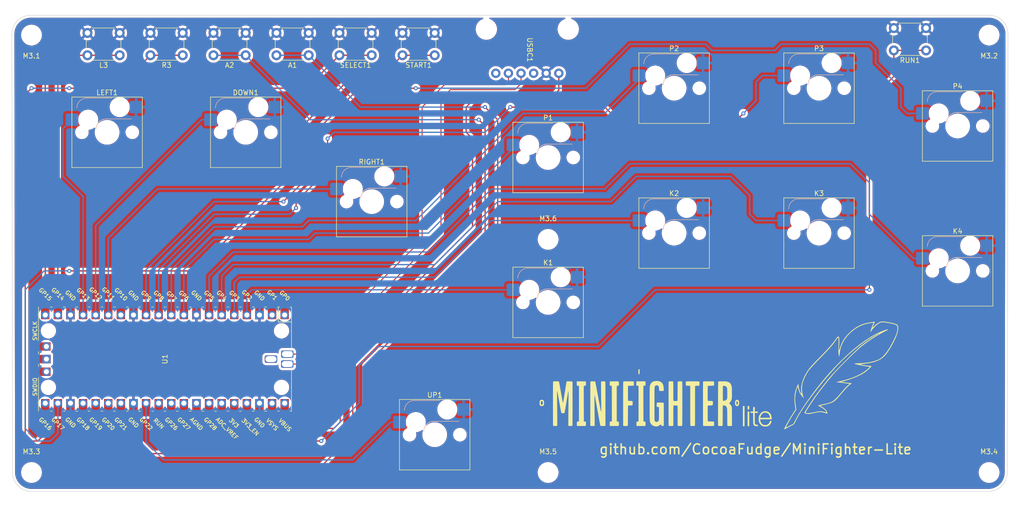
<source format=kicad_pcb>
(kicad_pcb (version 20211014) (generator pcbnew)
  (layers (0 "F.Cu" signal) (31 "B.Cu" signal) (34 "B.Paste" user) (35 "F.Paste" user) (36 "B.SilkS" user "B.Silkscreen") (37 "F.SilkS" user "F.Silkscreen") (38 "B.Mask" user) (39 "F.Mask" user) (44 "Edge.Cuts" user))
  (net 0 "")
  (net 1 "GP20")
  (net 2 "GND")
  (net 3 "GP21")
  (net 4 "GP 3")
  (net 8 "GP 6")
  (net 9 "GP 7")
  (net 10 "GP 8")
  (net 11 "GP 9")
  (net 12 "GP 5")
  (net 13 "GP11")
  (net 14 "GP12")
  (net 15 "GP13")
  (net 16 "GP 4")
  (net 17 "RUN")
  (net 18 "GP16")
  (net 19 "GP17")
  (net 20 "GP 2")
  (net 26 "+5V")
  (net 31 "D+")
  (net 32 "D-")
  (net 34 "GP15")
  (net 35 "GP14")
  (net 39 "GP22")
  (footprint "MountingHole:MountingHole_3.2mm_M3" (layer "F.Cu") (at 129.54 82 180)
    (fp_text reference "M3.1")
    (fp_text value "MountingHole")
  )
  (footprint "MountingHole:MountingHole_3.2mm_M3" (layer "F.Cu") (at 322.58 170.18)
    (fp_text reference "M3.4")
    (fp_text value "MountingHole")
  )
  (footprint "Pi_Pico_W_BIG_TP_HOLE:Pi_Pico_W_BIG_TP_HOLE" (layer "F.Cu") (at 156.445 147.32 -90)
    (fp_text reference "U1")
    (fp_text value "Pico")
  )
  (footprint "Button_Switch_THT:SW_PUSH_6mm" (layer "F.Cu") (at 185.42 86.07 180)
    (fp_text reference "A1")
    (fp_text value "SW_SPST")
  )
  (footprint "MountingHole:MountingHole_3.2mm_M3" (layer "F.Cu") (at 233.68 123.19)
    (fp_text reference "M3.6")
    (fp_text value "MountingHole")
  )
  (footprint "Switch_Keyboard_Hotswap_Kailh:SW_Hotswap_Kailh_MX" (layer "F.Cu") (at 288.29 92.71)
    (fp_text reference "P3")
    (fp_text value "SW_SPST")
  )
  (footprint "Button_Switch_THT:SW_PUSH_6mm" (layer "F.Cu") (at 172.72 86.07 180)
    (fp_text reference "A2")
    (fp_text value "SW_SPST")
  )
  (footprint "Switch_Keyboard_Hotswap_Kailh:SW_Hotswap_Kailh_MX" (layer "F.Cu") (at 288.29 121.92)
    (fp_text reference "K3")
    (fp_text value "SW_SPST")
  )
  (footprint "Switch_Keyboard_Hotswap_Kailh:SW_Hotswap_Kailh_MX" (layer "F.Cu") (at 259.08 121.92)
    (fp_text reference "K2")
    (fp_text value "SW_SPST")
  )
  (footprint "Button_Switch_THT:SW_PUSH_6mm" (layer "F.Cu") (at 160.02 86.07 180)
    (fp_text reference "R3")
    (fp_text value "SW_SPST")
  )
  (footprint "USB-C-6-PIN:treedix usb-c" (layer "F.Cu") (at 229.49 84.96875 -90)
    (fp_text reference "USBC1")
    (fp_text value "Conn_01x06")
  )
  (footprint "Switch_Keyboard_Hotswap_Kailh:SW_Hotswap_Kailh_MX" (layer "F.Cu") (at 172.72 101.6)
    (fp_text reference "DOWN1")
    (fp_text value "SW_SPST")
  )
  (footprint "Switch_Keyboard_Hotswap_Kailh:SW_Hotswap_Kailh_MX" (layer "F.Cu") (at 198.12 115.57)
    (fp_text reference "RIGHT1")
    (fp_text value "SW_SPST")
  )
  (footprint "Button_Switch_THT:SW_PUSH_6mm" (layer "F.Cu") (at 198.12 86.07 180)
    (fp_text reference "SELECT1")
    (fp_text value "SW_SPST")
  )
  (footprint "LOGO" (layer "F.Cu") (at 292.1 149.86)
    (fp_text reference "_")
    (fp_text value "LOGO" hide)
  )
  (footprint "Switch_Keyboard_Hotswap_Kailh:SW_Hotswap_Kailh_MX" (layer "F.Cu") (at 316.23 100.33)
    (fp_text reference "P4")
    (fp_text value "SW_SPST")
  )
  (footprint "Switch_Keyboard_Hotswap_Kailh:SW_Hotswap_Kailh_MX" (layer "F.Cu") (at 233.68 135.89)
    (fp_text reference "K1")
    (fp_text value "SW_SPST")
  )
  (footprint "Button_Switch_THT:SW_PUSH_6mm" (layer "F.Cu") (at 309.88 85.09 180)
    (fp_text reference "RUN1")
    (fp_text value "SW_SPST")
  )
  (footprint "Switch_Keyboard_Hotswap_Kailh:SW_Hotswap_Kailh_MX" (layer "F.Cu") (at 259.08 92.71)
    (fp_text reference "P2")
    (fp_text value "SW_SPST")
  )
  (footprint "Switch_Keyboard_Hotswap_Kailh:SW_Hotswap_Kailh_MX" (layer "F.Cu") (at 144.78 101.6)
    (fp_text reference "LEFT1")
    (fp_text value "SW_SPST")
  )
  (footprint "Switch_Keyboard_Hotswap_Kailh:SW_Hotswap_Kailh_MX" (layer "F.Cu") (at 233.68 106.68)
    (fp_text reference "P1")
    (fp_text value "SW_SPST")
  )
  (footprint "Button_Switch_THT:SW_PUSH_6mm" (layer "F.Cu") (at 147.32 86.07 180)
    (fp_text reference "L3")
    (fp_text value "SW_SPST")
  )
  (footprint "MountingHole:MountingHole_3.2mm_M3" (layer "F.Cu") (at 129.54 170.18)
    (fp_text reference "M3.3")
    (fp_text value "MountingHole")
  )
  (footprint "Button_Switch_THT:SW_PUSH_6mm" (layer "F.Cu") (at 210.82 86.07 180)
    (fp_text reference "START1")
    (fp_text value "SW_SPST")
  )
  (footprint "LOGO" (layer "F.Cu") (at 275.795 158.79)
    (fp_text reference "0")
    (fp_text value "LOGO" hide)
  )
  (footprint "MountingHole:MountingHole_3.2mm_M3" (layer "F.Cu") (at 233.68 170.18)
    (fp_text reference "M3.5")
    (fp_text value "MountingHole")
  )
  (footprint "Switch_Keyboard_Hotswap_Kailh:SW_Hotswap_Kailh_MX" (layer "F.Cu") (at 210.82 162.56)
    (fp_text reference "UP1")
    (fp_text value "SW_SPST")
  )
  (footprint "MountingHole:MountingHole_3.2mm_M3" (layer "F.Cu") (at 322.58 82 180)
    (fp_text reference "M3.2")
    (fp_text value "MountingHole")
  )
  (footprint "Switch_Keyboard_Hotswap_Kailh:SW_Hotswap_Kailh_MX" (layer "F.Cu") (at 316.23 129.54)
    (fp_text reference "K4")
    (fp_text value "SW_SPST")
  )
  (footprint "LOGO" (layer "F.Cu") (at 252.73 156.21)
    (fp_text reference "O")
    (fp_text value "LOGO" hide)
  )
  (gr_line (start 125.73 170.18) (end 125.575923 81.81) (layer "Edge.Cuts") (width 0.1))
  (gr_arc (start 322.58 78) (mid 325.274077 79.115923) (end 326.39 81.81) (layer "Edge.Cuts") (width 0.1))
  (gr_line (start 129.54 173.99) (end 322.425923 173.99) (layer "Edge.Cuts") (width 0.1))
  (gr_arc (start 129.54 173.99) (mid 126.845923 172.874077) (end 125.73 170.18) (layer "Edge.Cuts") (width 0.1))
  (gr_line (start 326.235923 170.18) (end 326.39 81.81) (layer "Edge.Cuts") (width 0.1))
  (gr_arc (start 125.575923 81.81) (mid 126.691846 79.115923) (end 129.385923 78) (layer "Edge.Cuts") (width 0.1))
  (gr_arc (start 326.235923 170.18) (mid 325.120001 172.874085) (end 322.425923 173.99) (layer "Edge.Cuts") (width 0.1))
  (gr_line (start 129.385923 78) (end 322.58 78) (layer "Edge.Cuts") (width 0.1))
  (gr_text "github.com/CocoaFudge/MiniFighter-Lite" (at 275.5 165.5) (layer "F.SilkS") (effects (font (size 2 2) (thickness 0.3))))
  (segment (start 145.015 161.525) (end 145.015 156.21) (width 0.25) (layer "F.Cu") (net 1))
  (segment (start 223.52 99.06) (end 223.52 121.92) (width 0.25) (layer "F.Cu") (net 1))
  (segment (start 220.98 96.52) (end 223.52 99.06) (width 0.25) (layer "F.Cu") (net 1))
  (segment (start 196.85 160.02) (end 187.96 168.91) (width 0.25) (layer "F.Cu") (net 1))
  (segment (start 152.4 168.91) (end 145.015 161.525) (width 0.25) (layer "F.Cu") (net 1))
  (segment (start 187.96 168.91) (end 152.4 168.91) (width 0.25) (layer "F.Cu") (net 1))
  (segment (start 196.85 148.59) (end 196.85 160.02) (width 0.25) (layer "F.Cu") (net 1))
  (segment (start 223.52 121.92) (end 196.85 148.59) (width 0.25) (layer "F.Cu") (net 1))
  (via (at 220.98 96.52) (size 0.8) (drill 0.4) (layers "F.Cu" "B.Cu") (net 1))
  (segment (start 195.87 96.52) (end 185.42 86.07) (width 0.25) (layer "B.Cu") (net 1))
  (segment (start 185.42 86.07) (end 178.92 86.07) (width 0.25) (layer "B.Cu") (net 1))
  (segment (start 220.98 96.52) (end 195.87 96.52) (width 0.25) (layer "B.Cu") (net 1))
  (segment (start 194.31 148.59) (end 194.31 160.02) (width 0.25) (layer "F.Cu") (net 3))
  (segment (start 187.96 166.37) (end 153.67 166.37) (width 0.25) (layer "F.Cu") (net 3))
  (segment (start 147.555 160.255) (end 147.555 156.21) (width 0.25) (layer "F.Cu") (net 3))
  (segment (start 220.98 100.33) (end 220.98 121.92) (width 0.25) (layer "F.Cu") (net 3))
  (segment (start 194.31 160.02) (end 187.96 166.37) (width 0.25) (layer "F.Cu") (net 3))
  (segment (start 153.67 166.37) (end 147.555 160.255) (width 0.25) (layer "F.Cu") (net 3))
  (segment (start 219.71 99.06) (end 220.98 100.33) (width 0.25) (layer "F.Cu") (net 3))
  (segment (start 220.98 121.92) (end 194.31 148.59) (width 0.25) (layer "F.Cu") (net 3))
  (via (at 219.71 99.06) (size 0.8) (drill 0.4) (layers "F.Cu" "B.Cu") (net 3))
  (segment (start 172.72 86.07) (end 166.22 86.07) (width 0.25) (layer "B.Cu") (net 3))
  (segment (start 185.71 99.06) (end 172.72 86.07) (width 0.25) (layer "B.Cu") (net 3))
  (segment (start 219.71 99.06) (end 185.71 99.06) (width 0.25) (layer "B.Cu") (net 3))
  (segment (start 170.415 138.43) (end 170.415 131.845) (width 0.25) (layer "B.Cu") (net 4))
  (segment (start 210.82 130.81) (end 222.25 119.38) (width 0.25) (layer "B.Cu") (net 4))
  (segment (start 171.45 130.81) (end 210.82 130.81) (width 0.25) (layer "B.Cu") (net 4))
  (segment (start 222.25 119.38) (end 251.995 119.38) (width 0.25) (layer "B.Cu") (net 4))
  (segment (start 170.415 131.845) (end 171.45 130.81) (width 0.25) (layer "B.Cu") (net 4))
  (segment (start 160.255 138.43) (end 160.255 129.305) (width 0.25) (layer "B.Cu") (net 8))
  (segment (start 186.69 121.92) (end 209.55 121.92) (width 0.25) (layer "B.Cu") (net 8))
  (segment (start 160.255 129.305) (end 166.37 123.19) (width 0.25) (layer "B.Cu") (net 8))
  (segment (start 209.55 121.92) (end 226.595 104.875) (width 0.25) (layer "B.Cu") (net 8))
  (segment (start 185.42 123.19) (end 186.69 121.92) (width 0.25) (layer "B.Cu") (net 8))
  (segment (start 166.37 123.19) (end 185.42 123.19) (width 0.25) (layer "B.Cu") (net 8))
  (segment (start 226.595 104.875) (end 226.595 104.14) (width 0.25) (layer "B.Cu") (net 8))
  (segment (start 251.995 90.905) (end 251.995 90.17) (width 0.25) (layer "B.Cu") (net 9))
  (segment (start 245.11 97.79) (end 251.995 90.905) (width 0.25) (layer "B.Cu") (net 9))
  (segment (start 185.42 119.38) (end 207.01 119.38) (width 0.25) (layer "B.Cu") (net 9))
  (segment (start 166.37 120.65) (end 184.15 120.65) (width 0.25) (layer "B.Cu") (net 9))
  (segment (start 228.6 97.79) (end 245.11 97.79) (width 0.25) (layer "B.Cu") (net 9))
  (segment (start 184.15 120.65) (end 185.42 119.38) (width 0.25) (layer "B.Cu") (net 9))
  (segment (start 157.715 138.43) (end 157.715 129.305) (width 0.25) (layer "B.Cu") (net 9))
  (segment (start 207.01 119.38) (end 228.6 97.79) (width 0.25) (layer "B.Cu") (net 9))
  (segment (start 157.715 129.305) (end 166.37 120.65) (width 0.25) (layer "B.Cu") (net 9))
  (segment (start 182.88 115.57) (end 189.23 109.22) (width 0.25) (layer "F.Cu") (net 10))
  (segment (start 189.23 109.22) (end 189.23 102.87) (width 0.25) (layer "F.Cu") (net 10))
  (segment (start 250.19 101.6) (end 267.97 101.6) (width 0.25) (layer "F.Cu") (net 10))
  (segment (start 269.24 101.6) (end 273.05 97.79) (width 0.25) (layer "F.Cu") (net 10))
  (segment (start 245.11 96.52) (end 250.19 101.6) (width 0.25) (layer "F.Cu") (net 10))
  (segment (start 182.88 115.57) (end 182.88 116.84) (width 0.25) (layer "F.Cu") (net 10))
  (segment (start 267.97 101.6) (end 269.24 101.6) (width 0.25) (layer "F.Cu") (net 10))
  (segment (start 226.06 96.52) (end 245.11 96.52) (width 0.25) (layer "F.Cu") (net 10))
  (via (at 182.88 116.84) (size 0.8) (drill 0.4) (layers "F.Cu" "B.Cu") (net 10))
  (via (at 189.23 102.87) (size 0.8) (drill 0.4) (layers "F.Cu" "B.Cu") (net 10))
  (via (at 226.06 96.52) (size 0.8) (drill 0.4) (layers "F.Cu" "B.Cu") (net 10))
  (via (at 273.05 97.79) (size 0.8) (drill 0.4) (layers "F.Cu" "B.Cu") (net 10))
  (segment (start 275.59 95.25) (end 275.59 91.44) (width 0.25) (layer "B.Cu") (net 10))
  (segment (start 189.23 102.87) (end 190.5 101.6) (width 0.25) (layer "B.Cu") (net 10))
  (segment (start 155.175 129.305) (end 166.37 118.11) (width 0.25) (layer "B.Cu") (net 10))
  (segment (start 190.5 101.6) (end 219.71 101.6) (width 0.25) (layer "B.Cu") (net 10))
  (segment (start 276.86 90.17) (end 281.205 90.17) (width 0.25) (layer "B.Cu") (net 10))
  (segment (start 155.175 138.43) (end 155.175 129.305) (width 0.25) (layer "B.Cu") (net 10))
  (segment (start 220.98 101.6) (end 226.06 96.52) (width 0.25) (layer "B.Cu") (net 10))
  (segment (start 181.61 118.11) (end 182.88 116.84) (width 0.25) (layer "B.Cu") (net 10))
  (segment (start 219.71 101.6) (end 220.98 101.6) (width 0.25) (layer "B.Cu") (net 10))
  (segment (start 273.05 97.79) (end 275.59 95.25) (width 0.25) (layer "B.Cu") (net 10))
  (segment (start 166.37 118.11) (end 181.61 118.11) (width 0.25) (layer "B.Cu") (net 10))
  (segment (start 275.59 91.44) (end 276.86 90.17) (width 0.25) (layer "B.Cu") (net 10))
  (segment (start 207.01 92.71) (end 195.58 92.71) (width 0.25) (layer "F.Cu") (net 11))
  (segment (start 195.58 92.71) (end 186.69 101.6) (width 0.25) (layer "F.Cu") (net 11))
  (segment (start 186.69 109.22) (end 180.34 115.57) (width 0.25) (layer "F.Cu") (net 11))
  (segment (start 186.69 101.6) (end 186.69 109.22) (width 0.25) (layer "F.Cu") (net 11))
  (via (at 207.01 92.71) (size 0.8) (drill 0.4) (layers "F.Cu" "B.Cu") (net 11))
  (via (at 180.34 115.57) (size 0.8) (drill 0.4) (layers "F.Cu" "B.Cu") (net 11))
  (segment (start 152.635 138.43) (end 152.635 129.305) (width 0.25) (layer "B.Cu") (net 11))
  (segment (start 304.8 96.52) (end 306.07 97.79) (width 0.25) (layer "B.Cu") (net 11))
  (segment (start 265.43 83.82) (end 266.7 85.09) (width 0.25) (layer "B.Cu") (net 11))
  (segment (start 304.8 92.71) (end 304.8 96.52) (width 0.25) (layer "B.Cu") (net 11))
  (segment (start 241.3 92.71) (end 250.19 83.82) (width 0.25) (layer "B.Cu") (net 11))
  (segment (start 279.4 85.09) (end 280.67 83.82) (width 0.25) (layer "B.Cu") (net 11))
  (segment (start 306.07 97.79) (end 309.145 97.79) (width 0.25) (layer "B.Cu") (net 11))
  (segment (start 207.01 92.71) (end 241.3 92.71) (width 0.25) (layer "B.Cu") (net 11))
  (segment (start 266.7 85.09) (end 279.4 85.09) (width 0.25) (layer "B.Cu") (net 11))
  (segment (start 299.72 87.63) (end 304.8 92.71) (width 0.25) (layer "B.Cu") (net 11))
  (segment (start 166.37 115.57) (end 180.34 115.57) (width 0.25) (layer "B.Cu") (net 11))
  (segment (start 250.19 83.82) (end 265.43 83.82) (width 0.25) (layer "B.Cu") (net 11))
  (segment (start 298.45 83.82) (end 299.72 85.09) (width 0.25) (layer "B.Cu") (net 11))
  (segment (start 299.72 85.09) (end 299.72 87.63) (width 0.25) (layer "B.Cu") (net 11))
  (segment (start 152.635 129.305) (end 166.37 115.57) (width 0.25) (layer "B.Cu") (net 11))
  (segment (start 280.67 83.82) (end 298.45 83.82) (width 0.25) (layer "B.Cu") (net 11))
  (segment (start 245.11 113.03) (end 250.19 107.95) (width 0.25) (layer "B.Cu") (net 12))
  (segment (start 298.45 111.76) (end 298.45 118.11) (width 0.25) (layer "B.Cu") (net 12))
  (segment (start 294.64 107.95) (end 298.45 111.76) (width 0.25) (layer "B.Cu") (net 12))
  (segment (start 298.45 118.11) (end 307.34 127) (width 0.25) (layer "B.Cu") (net 12))
  (segment (start 209.55 125.73) (end 222.25 113.03) (width 0.25) (layer "B.Cu") (net 12))
  (segment (start 222.25 113.03) (end 245.11 113.03) (width 0.25) (layer "B.Cu") (net 12))
  (segment (start 165.335 138.43) (end 165.335 130.575) (width 0.25) (layer "B.Cu") (net 12))
  (segment (start 250.19 107.95) (end 294.64 107.95) (width 0.25) (layer "B.Cu") (net 12))
  (segment (start 170.18 125.73) (end 209.55 125.73) (width 0.25) (layer "B.Cu") (net 12))
  (segment (start 307.34 127) (end 309.145 127) (width 0.25) (layer "B.Cu") (net 12))
  (segment (start 165.335 130.575) (end 170.18 125.73) (width 0.25) (layer "B.Cu") (net 12))
  (segment (start 154.94 113.03) (end 191.035 113.03) (width 0.25) (layer "B.Cu") (net 13))
  (segment (start 145.015 122.955) (end 154.94 113.03) (width 0.25) (layer "B.Cu") (net 13))
  (segment (start 145.015 138.43) (end 145.015 122.955) (width 0.25) (layer "B.Cu") (net 13))
  (segment (start 142.475 120.415) (end 163.83 99.06) (width 0.25) (layer "B.Cu") (net 14))
  (segment (start 142.475 138.43) (end 142.475 120.415) (width 0.25) (layer "B.Cu") (net 14))
  (segment (start 163.83 99.06) (end 165.635 99.06) (width 0.25) (layer "B.Cu") (net 14))
  (segment (start 139.935 114.555) (end 139.945 114.545) (width 0.25) (layer "B.Cu") (net 15))
  (segment (start 139.935 138.43) (end 139.935 114.555) (width 0.25) (layer "B.Cu") (net 15))
  (segment (start 135.89 100.865) (end 137.695 99.06) (width 0.25) (layer "B.Cu") (net 15))
  (segment (start 135.89 110.49) (end 135.89 100.865) (width 0.25) (layer "B.Cu") (net 15))
  (segment (start 139.945 114.545) (end 135.89 110.49) (width 0.25) (layer "B.Cu") (net 15))
  (segment (start 170.18 128.27) (end 210.82 128.27) (width 0.25) (layer "B.Cu") (net 16))
  (segment (start 223.52 115.57) (end 246.38 115.57) (width 0.25) (layer "B.Cu") (net 16))
  (segment (start 251.46 110.49) (end 270.51 110.49) (width 0.25) (layer "B.Cu") (net 16))
  (segment (start 275.59 119.38) (end 281.205 119.38) (width 0.25) (layer "B.Cu") (net 16))
  (segment (start 270.51 110.49) (end 274.32 114.3) (width 0.25) (layer "B.Cu") (net 16))
  (segment (start 274.32 118.11) (end 275.59 119.38) (width 0.25) (layer "B.Cu") (net 16))
  (segment (start 167.875 138.43) (end 167.875 130.575) (width 0.25) (layer "B.Cu") (net 16))
  (segment (start 246.38 115.57) (end 251.46 110.49) (width 0.25) (layer "B.Cu") (net 16))
  (segment (start 274.32 114.3) (end 274.32 118.11) (width 0.25) (layer "B.Cu") (net 16))
  (segment (start 210.82 128.27) (end 223.52 115.57) (width 0.25) (layer "B.Cu") (net 16))
  (segment (start 167.875 130.575) (end 170.18 128.27) (width 0.25) (layer "B.Cu") (net 16))
  (segment (start 187.96 163.83) (end 156.21 163.83) (width 0.25) (layer "F.Cu") (net 17))
  (segment (start 155.175 162.795) (end 155.175 156.21) (width 0.25) (layer "F.Cu") (net 17))
  (segment (start 298.45 133.35) (end 298.45 95.25) (width 0.25) (layer "F.Cu") (net 17))
  (segment (start 156.21 163.83) (end 155.175 162.795) (width 0.25) (layer "F.Cu") (net 17))
  (segment (start 303.38 85.09) (end 309.88 85.09) (width 0.25) (layer "F.Cu") (net 17))
  (segment (start 303.38 90.32) (end 303.38 85.09) (width 0.25) (layer "F.Cu") (net 17))
  (segment (start 298.45 95.25) (end 303.38 90.32) (width 0.25) (layer "F.Cu") (net 17))
  (via (at 298.45 133.35) (size 0.8) (drill 0.4) (layers "F.Cu" "B.Cu") (net 17))
  (via (at 187.96 163.83) (size 0.8) (drill 0.4) (layers "F.Cu" "B.Cu") (net 17))
  (segment (start 243.84 144.78) (end 255.27 133.35) (width 0.25) (layer "B.Cu") (net 17))
  (segment (start 187.96 163.83) (end 195.58 156.21) (width 0.25) (layer "B.Cu") (net 17))
  (segment (start 195.58 156.21) (end 195.58 148.59) (width 0.25) (layer "B.Cu") (net 17))
  (segment (start 195.58 148.59) (end 199.39 144.78) (width 0.25) (layer "B.Cu") (net 17))
  (segment (start 255.27 133.35) (end 298.45 133.35) (width 0.25) (layer "B.Cu") (net 17))
  (segment (start 199.39 144.78) (end 243.84 144.78) (width 0.25) (layer "B.Cu") (net 17))
  (segment (start 132.315 162.325) (end 132.315 156.21) (width 0.25) (layer "F.Cu") (net 18))
  (segment (start 191.62 86.07) (end 198.12 86.07) (width 0.25) (layer "F.Cu") (net 18))
  (segment (start 128.27 162.56) (end 129.54 163.83) (width 0.25) (layer "F.Cu") (net 18))
  (segment (start 137.16 92.71) (end 184.98 92.71) (width 0.25) (layer "F.Cu") (net 18))
  (segment (start 184.98 92.71) (end 191.62 86.07) (width 0.25) (layer "F.Cu") (net 18))
  (segment (start 129.54 163.83) (end 130.81 163.83) (width 0.25) (layer "F.Cu") (net 18))
  (segment (start 128.27 93.98) (end 128.27 162.56) (width 0.25) (layer "F.Cu") (net 18))
  (segment (start 130.81 163.83) (end 132.315 162.325) (width 0.25) (layer "F.Cu") (net 18))
  (segment (start 129.54 92.71) (end 128.27 93.98) (width 0.25) (layer "F.Cu") (net 18))
  (via (at 137.16 92.71) (size 0.8) (drill 0.4) (layers "F.Cu" "B.Cu") (net 18))
  (via (at 129.54 92.71) (size 0.8) (drill 0.4) (layers "F.Cu" "B.Cu") (net 18))
  (segment (start 129.54 92.71) (end 137.16 92.71) (width 0.25) (layer "B.Cu") (net 18))
  (segment (start 182.88 109.22) (end 182.88 101.6) (width 0.25) (layer "F.Cu") (net 19))
  (segment (start 182.88 101.6) (end 194.31 90.17) (width 0.25) (layer "F.Cu") (net 19))
  (segment (start 200.22 90.17) (end 204.32 86.07) (width 0.25) (layer "F.Cu") (net 19))
  (segment (start 204.32 86.07) (end 210.82 86.07) (width 0.25) (layer "F.Cu") (net 19))
  (segment (start 162.56 129.54) (end 182.88 109.22) (width 0.25) (layer "F.Cu") (net 19))
  (segment (start 194.31 90.17) (end 200.22 90.17) (width 0.25) (layer "F.Cu") (net 19))
  (segment (start 137.16 129.54) (end 162.56 129.54) (width 0.25) (layer "F.Cu") (net 19))
  (via (at 137.16 129.54) (size 0.8) (drill 0.4) (layers "F.Cu" "B.Cu") (net 19))
  (segment (start 130.81 163.83) (end 133.35 163.83) (width 0.25) (layer "B.Cu") (net 19))
  (segment (start 132.08 129.54) (end 128.27 133.35) (width 0.25) (layer "B.Cu") (net 19))
  (segment (start 134.855 162.325) (end 134.855 156.21) (width 0.25) (layer "B.Cu") (net 19))
  (segment (start 128.27 133.35) (end 128.27 161.29) (width 0.25) (layer "B.Cu") (net 19))
  (segment (start 133.35 163.83) (end 134.855 162.325) (width 0.25) (layer "B.Cu") (net 19))
  (segment (start 137.16 129.54) (end 132.08 129.54) (width 0.25) (layer "B.Cu") (net 19))
  (segment (start 128.27 161.29) (end 130.81 163.83) (width 0.25) (layer "B.Cu") (net 19))
  (segment (start 173.99 133.35) (end 226.595 133.35) (width 0.25) (layer "B.Cu") (net 20))
  (segment (start 172.955 134.385) (end 173.99 133.35) (width 0.25) (layer "B.Cu") (net 20))
  (segment (start 172.955 138.43) (end 172.955 134.385) (width 0.25) (layer "B.Cu") (net 20))
  (segment (start 218.44 102.87) (end 218.44 120.65) (width 0.25) (layer "F.Cu") (net 26))
  (segment (start 227.33 93.98) (end 220.98 93.98) (width 0.25) (layer "F.Cu") (net 26))
  (segment (start 218.44 120.65) (end 191.77 147.32) (width 0.25) (layer "F.Cu") (net 26))
  (segment (start 235.85 93.08) (end 233.68 95.25) (width 0.25) (layer "F.Cu") (net 26))
  (segment (start 235.84 89.69875) (end 235.84 93.07) (width 0.25) (layer "F.Cu") (net 26))
  (segment (start 228.6 95.25) (end 227.33 93.98) (width 0.25) (layer "F.Cu") (net 26))
  (segment (start 218.44 95.25) (end 217.17 96.52) (width 0.25) (layer "F.Cu") (net 26))
  (segment (start 180.575 160.255) (end 180.575 156.21) (width 0.25) (layer "F.Cu") (net 26))
  (segment (start 191.77 147.32) (end 191.77 160.02) (width 0.25) (layer "F.Cu") (net 26))
  (segment (start 233.68 95.25) (end 228.6 95.25) (width 0.25) (layer "F.Cu") (net 26))
  (segment (start 220.98 93.98) (end 219.71 95.25) (width 0.25) (layer "F.Cu") (net 26))
  (segment (start 191.77 160.02) (end 190.5 161.29) (width 0.25) (layer "F.Cu") (net 26))
  (segment (start 190.5 161.29) (end 181.61 161.29) (width 0.25) (layer "F.Cu") (net 26))
  (segment (start 217.17 101.6) (end 218.44 102.87) (width 0.25) (layer "F.Cu") (net 26))
  (segment (start 217.17 96.52) (end 217.17 101.6) (width 0.25) (layer "F.Cu") (net 26))
  (segment (start 235.84 93.07) (end 235.85 93.08) (width 0.25) (layer "F.Cu") (net 26))
  (segment (start 219.71 95.25) (end 218.44 95.25) (width 0.25) (layer "F.Cu") (net 26))
  (segment (start 181.61 161.29) (end 180.575 160.255) (width 0.25) (layer "F.Cu") (net 26))
  (segment (start 185.15 146.32) (end 181.115 146.32) (width 0.2) (layer "F.Cu") (net 31))
  (segment (start 208.28 123.19) (end 185.15 146.32) (width 0.2) (layer "F.Cu") (net 31))
  (segment (start 208.28 96.52) (end 208.28 123.19) (width 0.2) (layer "F.Cu") (net 31))
  (segment (start 225 92) (end 212.8 92) (width 0.2) (layer "F.Cu") (net 31))
  (segment (start 225.68 89.69875) (end 225.68 91.32) (width 0.2) (layer "F.Cu") (net 31))
  (segment (start 212.8 92) (end 208.28 96.52) (width 0.2) (layer "F.Cu") (net 31))
  (segment (start 225.68 91.32) (end 225 92) (width 0.2) (layer "F.Cu") (net 31))
  (segment (start 225.69 89.43) (end 225.69 90.31) (width 0.2) (layer "F.Cu") (net 31))
  (segment (start 212.09 121.92) (end 185.69 148.32) (width 0.2) (layer "F.Cu") (net 32))
  (segment (start 228.22 89.69875) (end 228.22 91.78) (width 0.2) (layer "F.Cu") (net 32))
  (segment (start 214 93) (end 212.09 94.91) (width 0.2) (layer "F.Cu") (net 32))
  (segment (start 228.22 91.78) (end 227 93) (width 0.2) (layer "F.Cu") (net 32))
  (segment (start 227 93) (end 214 93) (width 0.2) (layer "F.Cu") (net 32))
  (segment (start 212.09 94.91) (end 212.09 121.92) (width 0.2) (layer "F.Cu") (net 32))
  (segment (start 185.69 148.32) (end 181.095 148.32) (width 0.2) (layer "F.Cu") (net 32))
  (segment (start 133.64 86.07) (end 132.315 87.395) (width 0.25) (layer "F.Cu") (net 34))
  (segment (start 140.82 86.07) (end 147.32 86.07) (width 0.25) (layer "F.Cu") (net 34))
  (segment (start 132.315 87.395) (end 132.315 138.43) (width 0.25) (layer "F.Cu") (net 34))
  (segment (start 140.82 86.07) (end 133.64 86.07) (width 0.25) (layer "F.Cu") (net 34))
  (segment (start 153.52 86.07) (end 160.02 86.07) (width 0.25) (layer "F.Cu") (net 35))
  (segment (start 135.89 88.9) (end 150.69 88.9) (width 0.25) (layer "F.Cu") (net 35))
  (segment (start 134.855 89.935) (end 135.89 88.9) (width 0.25) (layer "F.Cu") (net 35))
  (segment (start 134.855 138.43) (end 134.855 89.935) (width 0.25) (layer "F.Cu") (net 35))
  (segment (start 150.69 88.9) (end 153.52 86.07) (width 0.25) (layer "F.Cu") (net 35))
  (segment (start 156.21 167.64) (end 152.635 164.065) (width 0.25) (layer "B.Cu") (net 39))
  (segment (start 194.31 167.64) (end 156.21 167.64) (width 0.25) (layer "B.Cu") (net 39))
  (segment (start 152.635 164.065) (end 152.635 156.21) (width 0.25) (layer "B.Cu") (net 39))
  (segment (start 201.93 160.02) (end 194.31 167.64) (width 0.25) (layer "B.Cu") (net 39))
  (segment (start 203.735 160.02) (end 201.93 160.02) (width 0.25) (layer "B.Cu") (net 39))
  (zone (net 2) (net_name "GND") (layers F&B.Cu) (connect_pads (clearance 0.508)) (min_thickness 0.254) (fill yes (thermal_gap 0.508) (thermal_bridge_width 0.508))
    (polygon (pts (xy 327.66 181.61) (xy 123.19 181.61) (xy 123.19 74.93) (xy 327.66 74.93)))
  )
)
</source>
